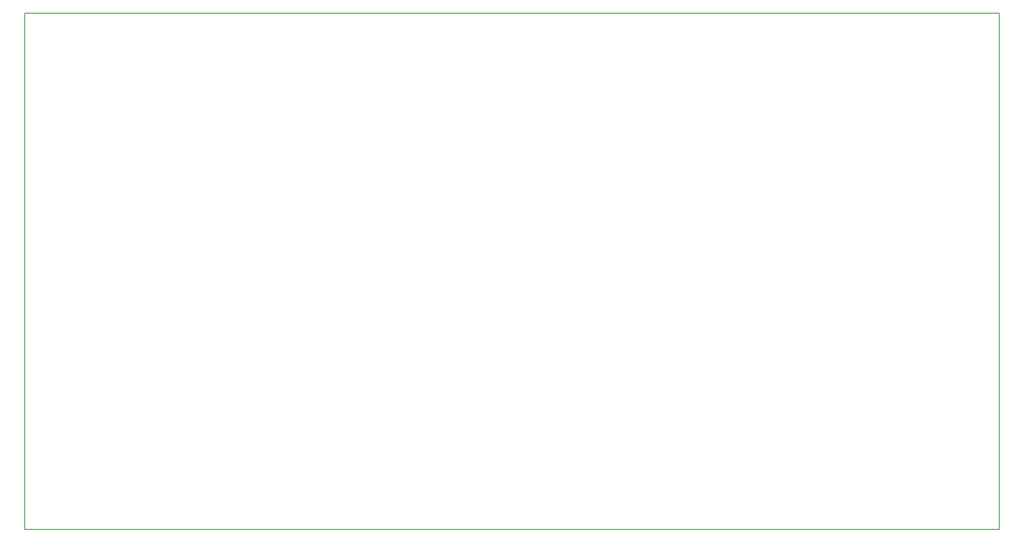
<source format=gbr>
G04 #@! TF.GenerationSoftware,KiCad,Pcbnew,(6.0.1-0)*
G04 #@! TF.CreationDate,2023-10-11T15:07:40-07:00*
G04 #@! TF.ProjectId,synth,73796e74-682e-46b6-9963-61645f706362,rev?*
G04 #@! TF.SameCoordinates,Original*
G04 #@! TF.FileFunction,Profile,NP*
%FSLAX46Y46*%
G04 Gerber Fmt 4.6, Leading zero omitted, Abs format (unit mm)*
G04 Created by KiCad (PCBNEW (6.0.1-0)) date 2023-10-11 15:07:40*
%MOMM*%
%LPD*%
G01*
G04 APERTURE LIST*
G04 #@! TA.AperFunction,Profile*
%ADD10C,0.200000*%
G04 #@! TD*
G04 APERTURE END LIST*
D10*
X108500000Y-91950000D02*
X308500000Y-91950000D01*
X108500000Y-197950000D02*
X308500000Y-197950000D01*
X308500000Y-91950000D02*
X308500000Y-197950000D01*
X108500000Y-197950000D02*
X108500000Y-91950000D01*
M02*

</source>
